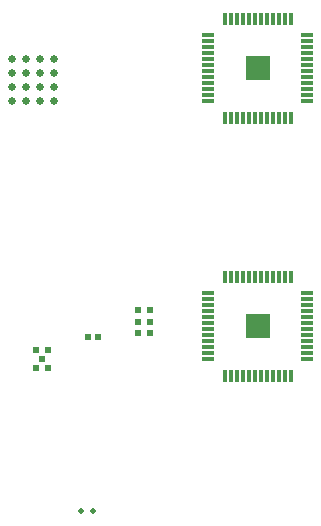
<source format=gbl>
G04 Layer_Physical_Order=4*
G04 Layer_Color=16711680*
%FSLAX25Y25*%
%MOIN*%
G70*
G01*
G75*
%ADD97C,0.01969*%
%ADD109C,0.02598*%
%ADD110C,0.02400*%
%ADD114R,0.01200X0.04000*%
%ADD115R,0.04000X0.01200*%
%ADD116R,0.07874X0.07874*%
D97*
X1969Y-104500D02*
D03*
X-1969D02*
D03*
D109*
X-10913Y46087D02*
D03*
Y41362D02*
D03*
Y36638D02*
D03*
Y31913D02*
D03*
X-15638Y46087D02*
D03*
Y41362D02*
D03*
Y36638D02*
D03*
Y31913D02*
D03*
X-20362Y46087D02*
D03*
Y41362D02*
D03*
Y36638D02*
D03*
Y31913D02*
D03*
X-25087Y46087D02*
D03*
Y41362D02*
D03*
Y36638D02*
D03*
Y31913D02*
D03*
D110*
X17031Y-37563D02*
D03*
Y-41500D02*
D03*
Y-45437D02*
D03*
X20968Y-37563D02*
D03*
Y-41500D02*
D03*
Y-45437D02*
D03*
X-15000Y-54000D02*
D03*
X-13032Y-51047D02*
D03*
X-16969D02*
D03*
Y-56953D02*
D03*
X-13032D02*
D03*
X425Y-46500D02*
D03*
X3575D02*
D03*
X55032Y41032D02*
D03*
X58969Y44969D02*
D03*
Y-41032D02*
D03*
X55032Y-44969D02*
D03*
D114*
X46000Y26500D02*
D03*
X48000D02*
D03*
X50000D02*
D03*
X52000D02*
D03*
X54000D02*
D03*
X56000D02*
D03*
X58000D02*
D03*
X60000D02*
D03*
X62000D02*
D03*
X64000D02*
D03*
X66000D02*
D03*
X68000D02*
D03*
Y59500D02*
D03*
X66000D02*
D03*
X64000D02*
D03*
X62000D02*
D03*
X60000D02*
D03*
X58000D02*
D03*
X56000D02*
D03*
X54000D02*
D03*
X52000D02*
D03*
X50000D02*
D03*
X48000D02*
D03*
X46000D02*
D03*
X68000Y-26500D02*
D03*
X66000D02*
D03*
X64000D02*
D03*
X62000D02*
D03*
X60000D02*
D03*
X58000D02*
D03*
X56000D02*
D03*
X54000D02*
D03*
X52000D02*
D03*
X50000D02*
D03*
X48000D02*
D03*
X46000D02*
D03*
Y-59500D02*
D03*
X48000D02*
D03*
X50000D02*
D03*
X52000D02*
D03*
X54000D02*
D03*
X56000D02*
D03*
X58000D02*
D03*
X60000D02*
D03*
X62000D02*
D03*
X64000D02*
D03*
X66000D02*
D03*
X68000D02*
D03*
D115*
X73500Y32000D02*
D03*
Y34000D02*
D03*
Y36000D02*
D03*
Y38000D02*
D03*
Y40000D02*
D03*
Y42000D02*
D03*
Y44000D02*
D03*
Y46000D02*
D03*
Y48000D02*
D03*
Y50000D02*
D03*
Y52000D02*
D03*
Y54000D02*
D03*
X40500D02*
D03*
Y52000D02*
D03*
Y50000D02*
D03*
Y48000D02*
D03*
Y46000D02*
D03*
Y44000D02*
D03*
Y42000D02*
D03*
Y40000D02*
D03*
Y38000D02*
D03*
Y36000D02*
D03*
Y34000D02*
D03*
Y32000D02*
D03*
Y-32000D02*
D03*
Y-34000D02*
D03*
Y-36000D02*
D03*
Y-38000D02*
D03*
Y-40000D02*
D03*
Y-42000D02*
D03*
Y-44000D02*
D03*
Y-46000D02*
D03*
Y-48000D02*
D03*
Y-50000D02*
D03*
Y-52000D02*
D03*
Y-54000D02*
D03*
X73500D02*
D03*
Y-52000D02*
D03*
Y-50000D02*
D03*
Y-48000D02*
D03*
Y-46000D02*
D03*
Y-44000D02*
D03*
Y-42000D02*
D03*
Y-40000D02*
D03*
Y-38000D02*
D03*
Y-36000D02*
D03*
Y-34000D02*
D03*
Y-32000D02*
D03*
D116*
X57000Y43000D02*
D03*
Y-43000D02*
D03*
M02*

</source>
